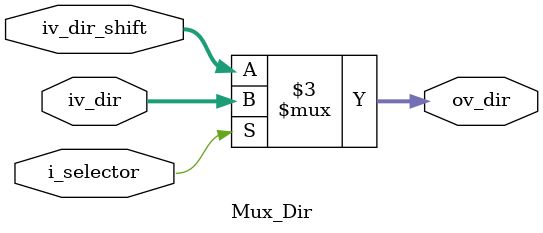
<source format=v>
module Mux_Dir(
	input [31:0] iv_dir,
	input [31:0] iv_dir_shift,
	input i_selector,
	output reg[31:0] ov_dir
);

always@*
begin
	if(i_selector)
	begin
		ov_dir <= iv_dir;
	end
	else
	begin
		ov_dir <= iv_dir_shift;
	end
end 

endmodule 
</source>
